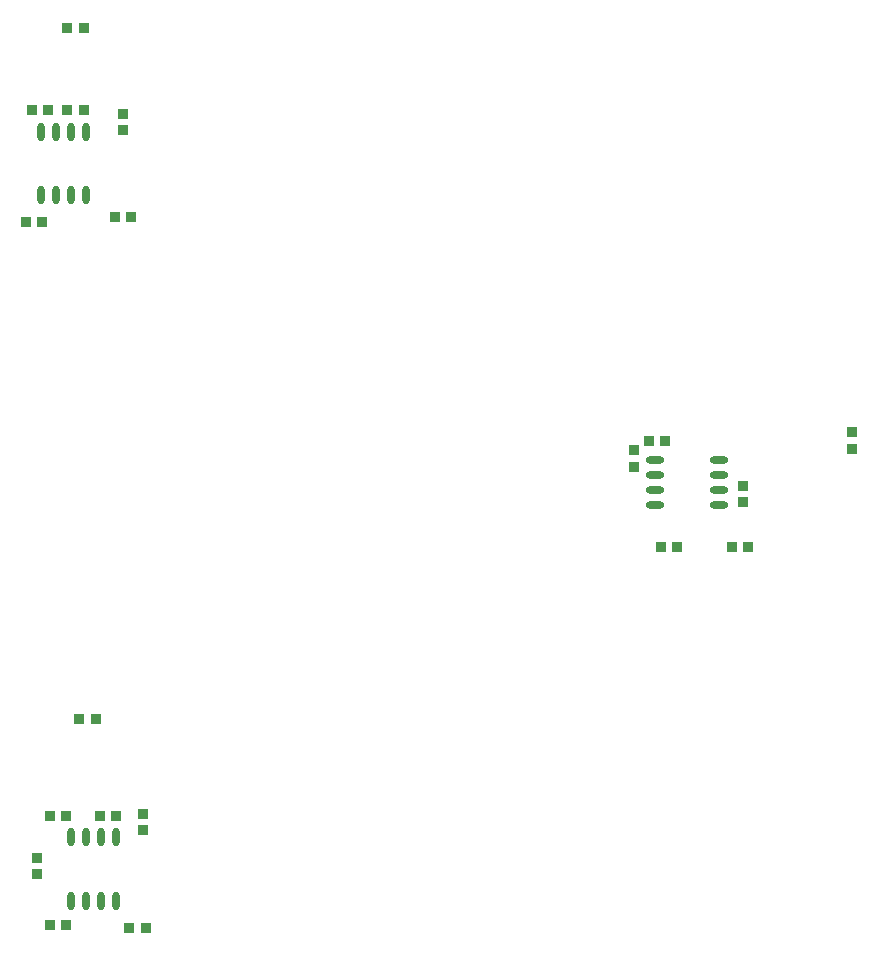
<source format=gbp>
G04 Layer_Color=128*
%FSLAX44Y44*%
%MOMM*%
G71*
G01*
G75*
%ADD10R,0.8500X0.8500*%
%ADD15R,0.8500X0.8500*%
G04:AMPARAMS|DCode=28|XSize=1.55mm|YSize=0.6mm|CornerRadius=0.3mm|HoleSize=0mm|Usage=FLASHONLY|Rotation=270.000|XOffset=0mm|YOffset=0mm|HoleType=Round|Shape=RoundedRectangle|*
%AMROUNDEDRECTD28*
21,1,1.5500,0.0000,0,0,270.0*
21,1,0.9500,0.6000,0,0,270.0*
1,1,0.6000,0.0000,-0.4750*
1,1,0.6000,0.0000,0.4750*
1,1,0.6000,0.0000,0.4750*
1,1,0.6000,0.0000,-0.4750*
%
%ADD28ROUNDEDRECTD28*%
G04:AMPARAMS|DCode=29|XSize=1.55mm|YSize=0.6mm|CornerRadius=0.3mm|HoleSize=0mm|Usage=FLASHONLY|Rotation=180.000|XOffset=0mm|YOffset=0mm|HoleType=Round|Shape=RoundedRectangle|*
%AMROUNDEDRECTD29*
21,1,1.5500,0.0000,0,0,180.0*
21,1,0.9500,0.6000,0,0,180.0*
1,1,0.6000,-0.4750,0.0000*
1,1,0.6000,0.4750,0.0000*
1,1,0.6000,0.4750,0.0000*
1,1,0.6000,-0.4750,0.0000*
%
%ADD29ROUNDEDRECTD29*%
D10*
X75000Y134500D02*
D03*
Y120500D02*
D03*
X165000Y172000D02*
D03*
Y158000D02*
D03*
X580000Y479500D02*
D03*
Y465500D02*
D03*
X147500Y764500D02*
D03*
Y750500D02*
D03*
X672500Y449500D02*
D03*
Y435500D02*
D03*
X765000Y495000D02*
D03*
Y481000D02*
D03*
D15*
X153000Y75000D02*
D03*
X167000D02*
D03*
X663000Y397500D02*
D03*
X677000D02*
D03*
X140500Y677500D02*
D03*
X154500D02*
D03*
X99500Y77500D02*
D03*
X85500D02*
D03*
X99500Y170000D02*
D03*
X85500D02*
D03*
X607000Y487500D02*
D03*
X593000D02*
D03*
X617000Y397500D02*
D03*
X603000D02*
D03*
X84500Y767500D02*
D03*
X70500D02*
D03*
X79500Y672500D02*
D03*
X65500D02*
D03*
X128000Y170000D02*
D03*
X142000D02*
D03*
X110500Y252500D02*
D03*
X124500D02*
D03*
X100500Y837500D02*
D03*
X114500D02*
D03*
X100500Y767500D02*
D03*
X114500D02*
D03*
D28*
X103450Y98000D02*
D03*
X116150D02*
D03*
X128850D02*
D03*
X141550D02*
D03*
Y152000D02*
D03*
X128850D02*
D03*
X116150D02*
D03*
X103450D02*
D03*
X78450Y695500D02*
D03*
X91150D02*
D03*
X103850D02*
D03*
X116550D02*
D03*
Y749500D02*
D03*
X103850D02*
D03*
X91150D02*
D03*
X78450D02*
D03*
D29*
X598000Y471550D02*
D03*
Y458850D02*
D03*
Y446150D02*
D03*
Y433450D02*
D03*
X652000D02*
D03*
Y446150D02*
D03*
Y458850D02*
D03*
Y471550D02*
D03*
M02*

</source>
